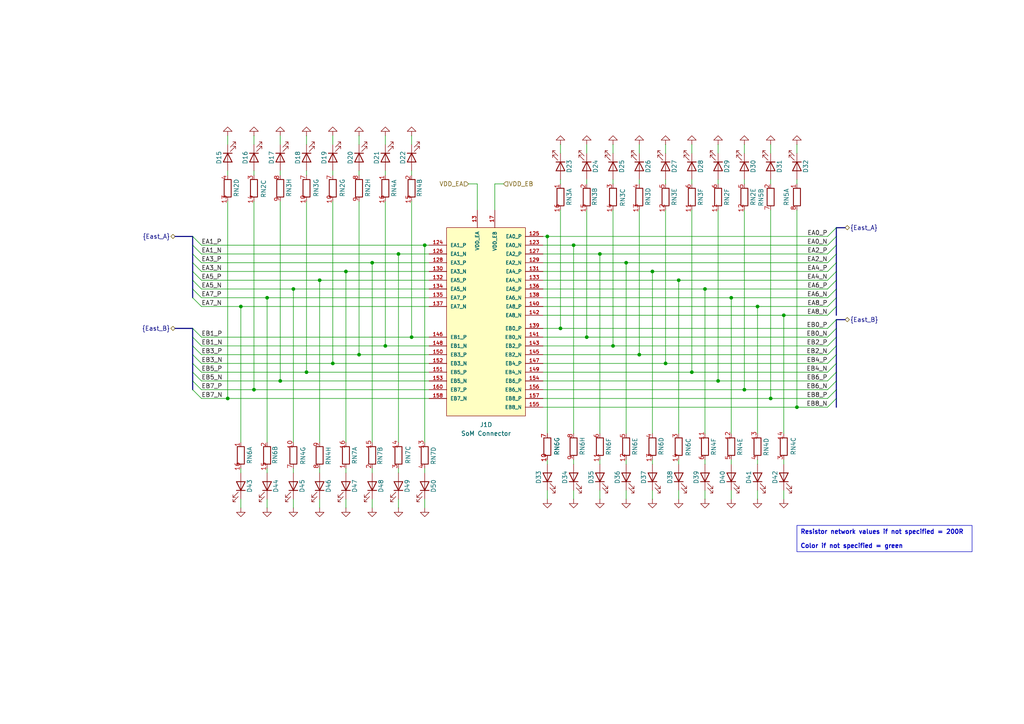
<source format=kicad_sch>
(kicad_sch (version 20231120) (generator "eeschema") (generator_version "8.0")
  (paper "A4")
  (title_block (title "SoM Programmer & Tester") (date "2024-12-20") (rev "0.1") (company "Technische Hochschule Köln") (comment 1 "Felix Sebastian Nitz"))
  (junction (at 189.23 78.74))
  (junction (at 104.14 102.87))
  (junction (at 177.8 100.33))
  (junction (at 166.37 71.12))
  (junction (at 107.95 76.2))
  (junction (at 193.04 105.41))
  (junction (at 227.33 91.44))
  (junction (at 81.28 110.49))
  (junction (at 196.85 81.28))
  (junction (at 223.52 115.57))
  (junction (at 212.09 86.36))
  (junction (at 73.66 113.03))
  (junction (at 215.9 113.03))
  (junction (at 115.57 73.66))
  (junction (at 219.71 88.9))
  (junction (at 96.52 105.41))
  (junction (at 111.76 100.33))
  (junction (at 123.19 71.12))
  (junction (at 69.85 88.9))
  (junction (at 231.14 118.11))
  (junction (at 119.38 97.79))
  (junction (at 185.42 102.87))
  (junction (at 66.04 115.57))
  (junction (at 173.99 73.66))
  (junction (at 208.28 110.49))
  (junction (at 77.47 86.36))
  (junction (at 181.61 76.2))
  (junction (at 88.9 107.95))
  (junction (at 85.09 83.82))
  (junction (at 100.33 78.74))
  (junction (at 158.75 68.58))
  (junction (at 204.47 83.82))
  (junction (at 162.56 95.25))
  (junction (at 92.71 81.28))
  (junction (at 170.18 97.79))
  (junction (at 200.66 107.95))
  (bus_entry (at 55.88 83.82) (size 2.54 2.54))
  (bus_entry (at 242.57 76.2) (size -2.54 2.54))
  (bus_entry (at 242.57 92.71) (size -2.54 2.54))
  (bus_entry (at 242.57 97.79) (size -2.54 2.54))
  (bus_entry (at 242.57 73.66) (size -2.54 2.54))
  (bus_entry (at 242.57 83.82) (size -2.54 2.54))
  (bus_entry (at 55.88 68.58) (size 2.54 2.54))
  (bus_entry (at 55.88 95.25) (size 2.54 2.54))
  (bus_entry (at 55.88 73.66) (size 2.54 2.54))
  (bus_entry (at 242.57 78.74) (size -2.54 2.54))
  (bus_entry (at 55.88 78.74) (size 2.54 2.54))
  (bus_entry (at 55.88 81.28) (size 2.54 2.54))
  (bus_entry (at 242.57 100.33) (size -2.54 2.54))
  (bus_entry (at 55.88 102.87) (size 2.54 2.54))
  (bus_entry (at 242.57 107.95) (size -2.54 2.54))
  (bus_entry (at 55.88 113.03) (size 2.54 2.54))
  (bus_entry (at 242.57 102.87) (size -2.54 2.54))
  (bus_entry (at 55.88 76.2) (size 2.54 2.54))
  (bus_entry (at 242.57 66.04) (size -2.54 2.54))
  (bus_entry (at 242.57 113.03) (size -2.54 2.54))
  (bus_entry (at 55.88 105.41) (size 2.54 2.54))
  (bus_entry (at 242.57 88.9) (size -2.54 2.54))
  (bus_entry (at 242.57 115.57) (size -2.54 2.54))
  (bus_entry (at 55.88 86.36) (size 2.54 2.54))
  (bus_entry (at 242.57 105.41) (size -2.54 2.54))
  (bus_entry (at 55.88 100.33) (size 2.54 2.54))
  (bus_entry (at 242.57 86.36) (size -2.54 2.54))
  (bus_entry (at 242.57 95.25) (size -2.54 2.54))
  (bus_entry (at 242.57 68.58) (size -2.54 2.54))
  (bus_entry (at 55.88 107.95) (size 2.54 2.54))
  (bus_entry (at 242.57 71.12) (size -2.54 2.54))
  (bus_entry (at 55.88 71.12) (size 2.54 2.54))
  (bus_entry (at 55.88 110.49) (size 2.54 2.54))
  (bus_entry (at 55.88 97.79) (size 2.54 2.54))
  (bus_entry (at 242.57 81.28) (size -2.54 2.54))
  (bus_entry (at 242.57 110.49) (size -2.54 2.54))
  (wire (pts (xy 88.9 107.95) (xy 124.46 107.95)))
  (wire (pts (xy 96.52 105.41) (xy 124.46 105.41)))
  (wire (pts (xy 115.57 73.66) (xy 115.57 128.27)))
  (wire (pts (xy 208.28 53.34) (xy 208.28 52.07)))
  (bus (pts (xy 242.57 115.57) (xy 242.57 118.11)))
  (wire (pts (xy 223.52 53.34) (xy 223.52 52.07)))
  (wire (pts (xy 166.37 71.12) (xy 240.03 71.12)))
  (wire (pts (xy 96.52 50.8) (xy 96.52 49.53)))
  (bus (pts (xy 242.57 92.71) (xy 242.57 95.25)))
  (wire (pts (xy 223.52 115.57) (xy 223.52 60.96)))
  (wire (pts (xy 177.8 53.34) (xy 177.8 52.07)))
  (bus (pts (xy 245.11 66.04) (xy 242.57 66.04)))
  (wire (pts (xy 170.18 97.79) (xy 240.03 97.79)))
  (wire (pts (xy 69.85 88.9) (xy 69.85 128.27)))
  (wire (pts (xy 212.09 86.36) (xy 240.03 86.36)))
  (wire (pts (xy 58.42 105.41) (xy 96.52 105.41)))
  (wire (pts (xy 111.76 100.33) (xy 111.76 58.42)))
  (wire (pts (xy 193.04 53.34) (xy 193.04 52.07)))
  (bus (pts (xy 242.57 107.95) (xy 242.57 110.49)))
  (bus (pts (xy 242.57 105.41) (xy 242.57 107.95)))
  (wire (pts (xy 185.42 44.45) (xy 185.42 41.91)))
  (wire (pts (xy 100.33 78.74) (xy 124.46 78.74)))
  (bus (pts (xy 245.11 92.71) (xy 242.57 92.71)))
  (wire (pts (xy 157.48 73.66) (xy 173.99 73.66)))
  (wire (pts (xy 212.09 142.24) (xy 212.09 144.78)))
  (wire (pts (xy 157.48 71.12) (xy 166.37 71.12)))
  (wire (pts (xy 143.51 53.34) (xy 146.05 53.34)))
  (wire (pts (xy 189.23 133.35) (xy 189.23 134.62)))
  (wire (pts (xy 157.48 91.44) (xy 227.33 91.44)))
  (wire (pts (xy 66.04 41.91) (xy 66.04 39.37)))
  (wire (pts (xy 73.66 50.8) (xy 73.66 49.53)))
  (wire (pts (xy 58.42 97.79) (xy 119.38 97.79)))
  (wire (pts (xy 100.33 144.78) (xy 100.33 147.32)))
  (wire (pts (xy 81.28 41.91) (xy 81.28 39.37)))
  (wire (pts (xy 208.28 110.49) (xy 240.03 110.49)))
  (bus (pts (xy 242.57 66.04) (xy 242.57 68.58)))
  (wire (pts (xy 177.8 44.45) (xy 177.8 41.91)))
  (wire (pts (xy 204.47 142.24) (xy 204.47 144.78)))
  (wire (pts (xy 185.42 102.87) (xy 185.42 60.96)))
  (wire (pts (xy 119.38 50.8) (xy 119.38 49.53)))
  (bus (pts (xy 55.88 105.41) (xy 55.88 107.95)))
  (wire (pts (xy 58.42 102.87) (xy 104.14 102.87)))
  (wire (pts (xy 215.9 113.03) (xy 240.03 113.03)))
  (wire (pts (xy 185.42 102.87) (xy 240.03 102.87)))
  (wire (pts (xy 69.85 144.78) (xy 69.85 147.32)))
  (wire (pts (xy 157.48 105.41) (xy 193.04 105.41)))
  (bus (pts (xy 55.88 68.58) (xy 55.88 71.12)))
  (wire (pts (xy 58.42 113.03) (xy 73.66 113.03)))
  (wire (pts (xy 215.9 113.03) (xy 215.9 60.96)))
  (wire (pts (xy 227.33 142.24) (xy 227.33 144.78)))
  (wire (pts (xy 111.76 100.33) (xy 124.46 100.33)))
  (wire (pts (xy 170.18 44.45) (xy 170.18 41.91)))
  (wire (pts (xy 157.48 107.95) (xy 200.66 107.95)))
  (bus (pts (xy 242.57 71.12) (xy 242.57 73.66)))
  (wire (pts (xy 166.37 133.35) (xy 166.37 134.62)))
  (wire (pts (xy 58.42 88.9) (xy 69.85 88.9)))
  (wire (pts (xy 189.23 142.24) (xy 189.23 144.78)))
  (wire (pts (xy 58.42 73.66) (xy 115.57 73.66)))
  (wire (pts (xy 157.48 113.03) (xy 215.9 113.03)))
  (bus (pts (xy 55.88 110.49) (xy 55.88 113.03)))
  (wire (pts (xy 107.95 144.78) (xy 107.95 147.32)))
  (wire (pts (xy 177.8 100.33) (xy 240.03 100.33)))
  (bus (pts (xy 242.57 81.28) (xy 242.57 83.82)))
  (wire (pts (xy 81.28 110.49) (xy 81.28 58.42)))
  (wire (pts (xy 227.33 133.35) (xy 227.33 134.62)))
  (wire (pts (xy 157.48 86.36) (xy 212.09 86.36)))
  (wire (pts (xy 73.66 113.03) (xy 124.46 113.03)))
  (bus (pts (xy 242.57 86.36) (xy 242.57 88.9)))
  (wire (pts (xy 81.28 110.49) (xy 124.46 110.49)))
  (wire (pts (xy 158.75 68.58) (xy 158.75 125.73)))
  (wire (pts (xy 231.14 118.11) (xy 231.14 60.96)))
  (bus (pts (xy 55.88 83.82) (xy 55.88 86.36)))
  (wire (pts (xy 77.47 86.36) (xy 77.47 128.27)))
  (wire (pts (xy 123.19 71.12) (xy 123.19 128.27)))
  (wire (pts (xy 158.75 142.24) (xy 158.75 144.78)))
  (wire (pts (xy 166.37 142.24) (xy 166.37 144.78)))
  (wire (pts (xy 58.42 78.74) (xy 100.33 78.74)))
  (bus (pts (xy 242.57 110.49) (xy 242.57 113.03)))
  (wire (pts (xy 157.48 102.87) (xy 185.42 102.87)))
  (wire (pts (xy 85.09 135.89) (xy 85.09 137.16)))
  (wire (pts (xy 219.71 133.35) (xy 219.71 134.62)))
  (wire (pts (xy 157.48 118.11) (xy 231.14 118.11)))
  (wire (pts (xy 227.33 91.44) (xy 240.03 91.44)))
  (wire (pts (xy 58.42 83.82) (xy 85.09 83.82)))
  (wire (pts (xy 170.18 97.79) (xy 170.18 60.96)))
  (wire (pts (xy 157.48 76.2) (xy 181.61 76.2)))
  (bus (pts (xy 242.57 76.2) (xy 242.57 78.74)))
  (wire (pts (xy 200.66 107.95) (xy 240.03 107.95)))
  (wire (pts (xy 162.56 95.25) (xy 240.03 95.25)))
  (wire (pts (xy 58.42 100.33) (xy 111.76 100.33)))
  (wire (pts (xy 204.47 83.82) (xy 204.47 125.73)))
  (bus (pts (xy 242.57 78.74) (xy 242.57 81.28)))
  (wire (pts (xy 157.48 68.58) (xy 158.75 68.58)))
  (wire (pts (xy 166.37 71.12) (xy 166.37 125.73)))
  (wire (pts (xy 181.61 133.35) (xy 181.61 134.62)))
  (wire (pts (xy 193.04 105.41) (xy 193.04 60.96)))
  (wire (pts (xy 173.99 73.66) (xy 240.03 73.66)))
  (wire (pts (xy 58.42 81.28) (xy 92.71 81.28)))
  (bus (pts (xy 242.57 102.87) (xy 242.57 105.41)))
  (wire (pts (xy 157.48 83.82) (xy 204.47 83.82)))
  (bus (pts (xy 242.57 73.66) (xy 242.57 76.2)))
  (bus (pts (xy 242.57 100.33) (xy 242.57 102.87)))
  (wire (pts (xy 227.33 91.44) (xy 227.33 125.73)))
  (wire (pts (xy 100.33 135.89) (xy 100.33 137.16)))
  (bus (pts (xy 55.88 100.33) (xy 55.88 102.87)))
  (wire (pts (xy 212.09 86.36) (xy 212.09 125.73)))
  (wire (pts (xy 193.04 105.41) (xy 240.03 105.41)))
  (bus (pts (xy 242.57 83.82) (xy 242.57 86.36)))
  (wire (pts (xy 107.95 76.2) (xy 107.95 128.27)))
  (wire (pts (xy 66.04 115.57) (xy 124.46 115.57)))
  (wire (pts (xy 58.42 86.36) (xy 77.47 86.36)))
  (bus (pts (xy 242.57 68.58) (xy 242.57 71.12)))
  (bus (pts (xy 55.88 102.87) (xy 55.88 105.41)))
  (wire (pts (xy 143.51 53.34) (xy 143.51 60.96)))
  (wire (pts (xy 162.56 95.25) (xy 162.56 60.96)))
  (bus (pts (xy 242.57 95.25) (xy 242.57 97.79)))
  (wire (pts (xy 189.23 78.74) (xy 240.03 78.74)))
  (wire (pts (xy 204.47 133.35) (xy 204.47 134.62)))
  (wire (pts (xy 100.33 78.74) (xy 100.33 128.27)))
  (wire (pts (xy 157.48 88.9) (xy 219.71 88.9)))
  (wire (pts (xy 158.75 133.35) (xy 158.75 134.62)))
  (wire (pts (xy 111.76 50.8) (xy 111.76 49.53)))
  (wire (pts (xy 157.48 115.57) (xy 223.52 115.57)))
  (wire (pts (xy 157.48 97.79) (xy 170.18 97.79)))
  (wire (pts (xy 208.28 44.45) (xy 208.28 41.91)))
  (wire (pts (xy 123.19 135.89) (xy 123.19 137.16)))
  (wire (pts (xy 189.23 78.74) (xy 189.23 125.73)))
  (wire (pts (xy 115.57 144.78) (xy 115.57 147.32)))
  (wire (pts (xy 58.42 110.49) (xy 81.28 110.49)))
  (bus (pts (xy 55.88 73.66) (xy 55.88 76.2)))
  (wire (pts (xy 223.52 44.45) (xy 223.52 41.91)))
  (wire (pts (xy 219.71 88.9) (xy 219.71 125.73)))
  (wire (pts (xy 173.99 73.66) (xy 173.99 125.73)))
  (wire (pts (xy 157.48 100.33) (xy 177.8 100.33)))
  (wire (pts (xy 119.38 41.91) (xy 119.38 39.37)))
  (wire (pts (xy 223.52 115.57) (xy 240.03 115.57)))
  (wire (pts (xy 158.75 68.58) (xy 240.03 68.58)))
  (wire (pts (xy 104.14 41.91) (xy 104.14 39.37)))
  (bus (pts (xy 55.88 81.28) (xy 55.88 83.82)))
  (wire (pts (xy 200.66 44.45) (xy 200.66 41.91)))
  (wire (pts (xy 85.09 83.82) (xy 85.09 128.27)))
  (wire (pts (xy 157.48 110.49) (xy 208.28 110.49)))
  (wire (pts (xy 92.71 81.28) (xy 92.71 128.27)))
  (wire (pts (xy 111.76 41.91) (xy 111.76 39.37)))
  (bus (pts (xy 55.88 107.95) (xy 55.88 110.49)))
  (wire (pts (xy 66.04 50.8) (xy 66.04 49.53)))
  (wire (pts (xy 81.28 50.8) (xy 81.28 49.53)))
  (wire (pts (xy 181.61 76.2) (xy 240.03 76.2)))
  (bus (pts (xy 50.8 68.58) (xy 55.88 68.58)))
  (wire (pts (xy 123.19 71.12) (xy 124.46 71.12)))
  (wire (pts (xy 107.95 135.89) (xy 107.95 137.16)))
  (wire (pts (xy 104.14 102.87) (xy 104.14 58.42)))
  (wire (pts (xy 138.43 53.34) (xy 138.43 60.96)))
  (bus (pts (xy 242.57 97.79) (xy 242.57 100.33)))
  (wire (pts (xy 157.48 95.25) (xy 162.56 95.25)))
  (wire (pts (xy 115.57 135.89) (xy 115.57 137.16)))
  (wire (pts (xy 215.9 53.34) (xy 215.9 52.07)))
  (wire (pts (xy 58.42 71.12) (xy 123.19 71.12)))
  (wire (pts (xy 119.38 97.79) (xy 124.46 97.79)))
  (wire (pts (xy 173.99 133.35) (xy 173.99 134.62)))
  (wire (pts (xy 88.9 41.91) (xy 88.9 39.37)))
  (wire (pts (xy 73.66 41.91) (xy 73.66 39.37)))
  (wire (pts (xy 77.47 86.36) (xy 124.46 86.36)))
  (wire (pts (xy 115.57 73.66) (xy 124.46 73.66)))
  (wire (pts (xy 181.61 142.24) (xy 181.61 144.78)))
  (bus (pts (xy 55.88 76.2) (xy 55.88 78.74)))
  (wire (pts (xy 173.99 142.24) (xy 173.99 144.78)))
  (wire (pts (xy 69.85 88.9) (xy 124.46 88.9)))
  (wire (pts (xy 231.14 53.34) (xy 231.14 52.07)))
  (wire (pts (xy 200.66 107.95) (xy 200.66 60.96)))
  (wire (pts (xy 92.71 135.89) (xy 92.71 137.16)))
  (wire (pts (xy 196.85 81.28) (xy 240.03 81.28)))
  (wire (pts (xy 88.9 50.8) (xy 88.9 49.53)))
  (wire (pts (xy 85.09 144.78) (xy 85.09 147.32)))
  (bus (pts (xy 242.57 88.9) (xy 242.57 91.44)))
  (wire (pts (xy 157.48 78.74) (xy 189.23 78.74)))
  (wire (pts (xy 92.71 81.28) (xy 124.46 81.28)))
  (bus (pts (xy 55.88 71.12) (xy 55.88 73.66)))
  (wire (pts (xy 77.47 135.89) (xy 77.47 137.16)))
  (wire (pts (xy 77.47 144.78) (xy 77.47 147.32)))
  (wire (pts (xy 119.38 97.79) (xy 119.38 58.42)))
  (wire (pts (xy 162.56 44.45) (xy 162.56 41.91)))
  (bus (pts (xy 55.88 78.74) (xy 55.88 81.28)))
  (wire (pts (xy 58.42 76.2) (xy 107.95 76.2)))
  (wire (pts (xy 219.71 88.9) (xy 240.03 88.9)))
  (wire (pts (xy 181.61 76.2) (xy 181.61 125.73)))
  (wire (pts (xy 58.42 115.57) (xy 66.04 115.57)))
  (wire (pts (xy 88.9 107.95) (xy 88.9 58.42)))
  (wire (pts (xy 104.14 102.87) (xy 124.46 102.87)))
  (wire (pts (xy 177.8 100.33) (xy 177.8 60.96)))
  (wire (pts (xy 193.04 44.45) (xy 193.04 41.91)))
  (bus (pts (xy 50.8 95.25) (xy 55.88 95.25)))
  (wire (pts (xy 231.14 118.11) (xy 240.03 118.11)))
  (bus (pts (xy 55.88 95.25) (xy 55.88 97.79)))
  (wire (pts (xy 92.71 144.78) (xy 92.71 147.32)))
  (wire (pts (xy 196.85 142.24) (xy 196.85 144.78)))
  (wire (pts (xy 135.89 53.34) (xy 138.43 53.34)))
  (wire (pts (xy 200.66 53.34) (xy 200.66 52.07)))
  (wire (pts (xy 58.42 107.95) (xy 88.9 107.95)))
  (wire (pts (xy 96.52 105.41) (xy 96.52 58.42)))
  (wire (pts (xy 170.18 53.34) (xy 170.18 52.07)))
  (bus (pts (xy 55.88 97.79) (xy 55.88 100.33)))
  (wire (pts (xy 185.42 53.34) (xy 185.42 52.07)))
  (wire (pts (xy 66.04 115.57) (xy 66.04 58.42)))
  (wire (pts (xy 73.66 113.03) (xy 73.66 58.42)))
  (wire (pts (xy 196.85 133.35) (xy 196.85 134.62)))
  (wire (pts (xy 85.09 83.82) (xy 124.46 83.82)))
  (wire (pts (xy 104.14 50.8) (xy 104.14 49.53)))
  (wire (pts (xy 219.71 142.24) (xy 219.71 144.78)))
  (wire (pts (xy 215.9 44.45) (xy 215.9 41.91)))
  (wire (pts (xy 107.95 76.2) (xy 124.46 76.2)))
  (wire (pts (xy 208.28 110.49) (xy 208.28 60.96)))
  (wire (pts (xy 157.48 81.28) (xy 196.85 81.28)))
  (wire (pts (xy 69.85 135.89) (xy 69.85 137.16)))
  (bus (pts (xy 242.57 113.03) (xy 242.57 115.57)))
  (wire (pts (xy 212.09 133.35) (xy 212.09 134.62)))
  (wire (pts (xy 204.47 83.82) (xy 240.03 83.82)))
  (wire (pts (xy 196.85 81.28) (xy 196.85 125.73)))
  (wire (pts (xy 96.52 41.91) (xy 96.52 39.37)))
  (wire (pts (xy 162.56 53.34) (xy 162.56 52.07)))
  (wire (pts (xy 231.14 44.45) (xy 231.14 41.91)))
  (wire (pts (xy 123.19 144.78) (xy 123.19 147.32)))
  (text_box "Resistor network values if not specified = 200R\n\nColor if not specified = green" (at 231.14 152.4 0) (size 50.8 7.62) (effects (font (size 1.27 1.27) (thickness 0.254) (bold yes)) (justify left)))
  (label "EB3_P" (at 58.42 102.87 0))
  (label "EB0_N" (at 240.03 97.79 180))
  (label "EB5_P" (at 58.42 107.95 0))
  (label "EA0_P" (at 240.03 68.58 180))
  (label "EA2_P" (at 240.03 73.66 180))
  (label "EA3_N" (at 58.42 78.74 0))
  (label "EB6_N" (at 240.03 113.03 180))
  (label "EB5_N" (at 58.42 110.49 0))
  (label "EA7_N" (at 58.42 88.9 0))
  (label "EB7_P" (at 58.42 113.03 0))
  (label "EB1_P" (at 58.42 97.79 0))
  (label "EB3_N" (at 58.42 105.41 0))
  (label "EA3_P" (at 58.42 76.2 0))
  (label "EA8_N" (at 240.03 91.44 180))
  (label "EA4_N" (at 240.03 81.28 180))
  (label "EB2_N" (at 240.03 102.87 180))
  (label "EA2_N" (at 240.03 76.2 180))
  (label "EA6_P" (at 240.03 83.82 180))
  (label "EB0_P" (at 240.03 95.25 180))
  (label "EA5_N" (at 58.42 83.82 0))
  (label "EA6_N" (at 240.03 86.36 180))
  (label "EB7_N" (at 58.42 115.57 0))
  (label "EA0_N" (at 240.03 71.12 180))
  (label "EA1_N" (at 58.42 73.66 0))
  (label "EA7_P" (at 58.42 86.36 0))
  (label "EB2_P" (at 240.03 100.33 180))
  (label "EB8_P" (at 240.03 115.57 180))
  (label "EB6_P" (at 240.03 110.49 180))
  (label "EA5_P" (at 58.42 81.28 0))
  (label "EA1_P" (at 58.42 71.12 0))
  (label "EA4_P" (at 240.03 78.74 180))
  (label "EA8_P" (at 240.03 88.9 180))
  (label "EB8_N" (at 240.03 118.11 180))
  (label "EB4_N" (at 240.03 107.95 180))
  (label "EB4_P" (at 240.03 105.41 180))
  (label "EB1_N" (at 58.42 100.33 0))
  (hierarchical_label "VDD_EA" (shape input) (at 135.89 53.34 180))
  (hierarchical_label "{East_A}" (shape bidirectional) (at 245.11 66.04 0))
  (hierarchical_label "VDD_EB" (shape input) (at 146.05 53.34 0))
  (hierarchical_label "{East_B}" (shape bidirectional) (at 245.11 92.71 0))
  (hierarchical_label "{East_A}" (shape bidirectional) (at 50.8 68.58 180))
  (hierarchical_label "{East_B}" (shape bidirectional) (at 50.8 95.25 180))
  (symbol (lib_id "Device:LED") (at 119.38 45.72 90) (mirror x) (unit 1)
    (property "Reference" "D22" (at 116.84 45.72 0))
    (property "Value" "Green" (effects (hide yes)))
    (property "Footprint" "LED_SMD:LED_0603_1608Metric" (effects (hide yes)))
    (property "Description" "Light emitting diode" (effects (hide yes)))
    (property "Mouser Part Number" "710-150060VS75000" (effects (hide yes)))
  )
  (symbol (lib_id "Device:R_Pack08_Split") (at 170.18 57.15 180) (unit 2)
    (property "Reference" "RN3" (at 172.466 59.69 90) (effects (justify right)))
    (property "Value" "200R" (effects (hide yes)))
    (property "Footprint" "Resistor_SMD:R_Array_Convex_8x0602" (effects (hide yes)))
    (property "Description" "8 resistor network, parallel topology, split" (effects (hide yes)))
    (property "Mouser Part Number" "667-EXB-2HV201JV" (effects (hide yes)))
  )
  (symbol (lib_id "power:GND") (at 107.95 147.32 0) (mirror y) (unit 1)
    (property "Reference" "#PWR057" (effects (hide yes)))
    (property "Value" "GND" (effects (hide yes)))
    (property "Description" "Power symbol creates a global label with name \"GND\" , ground" (effects (hide yes)))
  )
  (symbol (lib_id "power:GND") (at 208.28 41.91 180) (unit 1)
    (property "Reference" "#PWR038" (effects (hide yes)))
    (property "Value" "GND" (effects (hide yes)))
    (property "Description" "Power symbol creates a global label with name \"GND\" , ground" (effects (hide yes)))
  )
  (symbol (lib_id "Device:LED") (at 81.28 45.72 90) (mirror x) (unit 1)
    (property "Reference" "D17" (at 78.74 45.72 0))
    (property "Value" "Green" (effects (hide yes)))
    (property "Footprint" "LED_SMD:LED_0603_1608Metric" (effects (hide yes)))
    (property "Description" "Light emitting diode" (effects (hide yes)))
    (property "Mouser Part Number" "710-150060VS75000" (effects (hide yes)))
  )
  (symbol (lib_id "Device:LED") (at 77.47 140.97 270) (mirror x) (unit 1)
    (property "Reference" "D44" (at 80.01 140.97 0))
    (property "Value" "Green" (effects (hide yes)))
    (property "Footprint" "LED_SMD:LED_0603_1608Metric" (effects (hide yes)))
    (property "Description" "Light emitting diode" (effects (hide yes)))
    (property "Mouser Part Number" "710-150060VS75000" (effects (hide yes)))
  )
  (symbol (lib_id "Device:LED") (at 200.66 48.26 270) (unit 1)
    (property "Reference" "D28" (at 203.2 48.26 0))
    (property "Value" "Green" (effects (hide yes)))
    (property "Footprint" "LED_SMD:LED_0603_1608Metric" (effects (hide yes)))
    (property "Description" "Light emitting diode" (effects (hide yes)))
    (property "Mouser Part Number" "710-150060VS75000" (effects (hide yes)))
  )
  (symbol (lib_id "Device:LED") (at 189.23 138.43 90) (unit 1)
    (property "Reference" "D37" (at 186.69 138.43 0))
    (property "Value" "Green" (effects (hide yes)))
    (property "Footprint" "LED_SMD:LED_0603_1608Metric" (effects (hide yes)))
    (property "Description" "Light emitting diode" (effects (hide yes)))
    (property "Mouser Part Number" "710-150060VS75000" (effects (hide yes)))
  )
  (symbol (lib_id "Device:R_Pack08_Split") (at 193.04 57.15 180) (unit 5)
    (property "Reference" "RN3" (at 195.58 59.69 90) (effects (justify right)))
    (property "Value" "200R" (effects (hide yes)))
    (property "Footprint" "Resistor_SMD:R_Array_Convex_8x0602" (effects (hide yes)))
    (property "Description" "8 resistor network, parallel topology, split" (effects (hide yes)))
    (property "Mouser Part Number" "667-EXB-2HV201JV" (effects (hide yes)))
  )
  (symbol (lib_id "Device:LED") (at 219.71 138.43 90) (unit 1)
    (property "Reference" "D41" (at 217.17 138.43 0))
    (property "Value" "Green" (effects (hide yes)))
    (property "Footprint" "LED_SMD:LED_0603_1608Metric" (effects (hide yes)))
    (property "Description" "Light emitting diode" (effects (hide yes)))
    (property "Mouser Part Number" "710-150060VS75000" (effects (hide yes)))
  )
  (symbol (lib_id "power:GND") (at 227.33 144.78 0) (unit 1)
    (property "Reference" "#PWR051" (effects (hide yes)))
    (property "Value" "GND" (effects (hide yes)))
    (property "Description" "Power symbol creates a global label with name \"GND\" , ground" (effects (hide yes)))
  )
  (symbol (lib_id "Device:LED") (at 185.42 48.26 270) (unit 1)
    (property "Reference" "D26" (at 187.96 48.26 0))
    (property "Value" "Green" (effects (hide yes)))
    (property "Footprint" "LED_SMD:LED_0603_1608Metric" (effects (hide yes)))
    (property "Description" "Light emitting diode" (effects (hide yes)))
    (property "Mouser Part Number" "710-150060VS75000" (effects (hide yes)))
  )
  (symbol (lib_id "Device:R_Pack08_Split") (at 215.9 57.15 180) (unit 5)
    (property "Reference" "RN2" (at 218.44 59.69 90) (effects (justify right)))
    (property "Value" "200R" (effects (hide yes)))
    (property "Footprint" "Resistor_SMD:R_Array_Convex_8x0602" (effects (hide yes)))
    (property "Description" "8 resistor network, parallel topology, split" (effects (hide yes)))
    (property "Mouser Part Number" "667-EXB-2HV201JV" (effects (hide yes)))
  )
  (symbol (lib_id "Device:R_Pack08_Split") (at 200.66 57.15 180) (unit 6)
    (property "Reference" "RN3" (at 203.2 59.69 90) (effects (justify right)))
    (property "Value" "200R" (effects (hide yes)))
    (property "Footprint" "Resistor_SMD:R_Array_Convex_8x0602" (effects (hide yes)))
    (property "Description" "8 resistor network, parallel topology, split" (effects (hide yes)))
    (property "Mouser Part Number" "667-EXB-2HV201JV" (effects (hide yes)))
  )
  (symbol (lib_id "Device:R_Pack08_Split") (at 162.56 57.15 180) (unit 1)
    (property "Reference" "RN3" (at 165.1 59.69 90) (effects (justify right)))
    (property "Value" "200R" (effects (hide yes)))
    (property "Footprint" "Resistor_SMD:R_Array_Convex_8x0602" (effects (hide yes)))
    (property "Description" "8 resistor network, parallel topology, split" (effects (hide yes)))
    (property "Mouser Part Number" "667-EXB-2HV201JV" (effects (hide yes)))
  )
  (symbol (lib_id "power:GND") (at 196.85 144.78 0) (unit 1)
    (property "Reference" "#PWR047" (effects (hide yes)))
    (property "Value" "GND" (effects (hide yes)))
    (property "Description" "Power symbol creates a global label with name \"GND\" , ground" (effects (hide yes)))
  )
  (symbol (lib_id "Device:LED") (at 196.85 138.43 90) (unit 1)
    (property "Reference" "D38" (at 194.31 138.43 0))
    (property "Value" "Green" (effects (hide yes)))
    (property "Footprint" "LED_SMD:LED_0603_1608Metric" (effects (hide yes)))
    (property "Description" "Light emitting diode" (effects (hide yes)))
    (property "Mouser Part Number" "710-150060VS75000" (effects (hide yes)))
  )
  (symbol (lib_id "Device:LED") (at 69.85 140.97 270) (mirror x) (unit 1)
    (property "Reference" "D43" (at 72.39 140.97 0))
    (property "Value" "Green" (effects (hide yes)))
    (property "Footprint" "LED_SMD:LED_0603_1608Metric" (effects (hide yes)))
    (property "Description" "Light emitting diode" (effects (hide yes)))
    (property "Mouser Part Number" "710-150060VS75000" (effects (hide yes)))
  )
  (symbol (lib_id "Device:R_Pack08_Split") (at 119.38 54.61 180) (unit 2)
    (property "Reference" "RN4" (at 121.666 57.15 90) (effects (justify right)))
    (property "Value" "200R" (effects (hide yes)))
    (property "Footprint" "Resistor_SMD:R_Array_Convex_8x0602" (effects (hide yes)))
    (property "Description" "8 resistor network, parallel topology, split" (effects (hide yes)))
    (property "Mouser Part Number" "667-EXB-2HV201JV" (effects (hide yes)))
  )
  (symbol (lib_id "power:GND") (at 231.14 41.91 180) (unit 1)
    (property "Reference" "#PWR041" (effects (hide yes)))
    (property "Value" "GND" (effects (hide yes)))
    (property "Description" "Power symbol creates a global label with name \"GND\" , ground" (effects (hide yes)))
  )
  (symbol (lib_id "power:GND") (at 119.38 39.37 0) (mirror x) (unit 1)
    (property "Reference" "#PWR031" (effects (hide yes)))
    (property "Value" "GND" (effects (hide yes)))
    (property "Description" "Power symbol creates a global label with name \"GND\" , ground" (effects (hide yes)))
  )
  (symbol (lib_id "Device:LED") (at 85.09 140.97 270) (mirror x) (unit 1)
    (property "Reference" "D45" (at 87.63 140.97 0))
    (property "Value" "Green" (effects (hide yes)))
    (property "Footprint" "LED_SMD:LED_0603_1608Metric" (effects (hide yes)))
    (property "Description" "Light emitting diode" (effects (hide yes)))
    (property "Mouser Part Number" "710-150060VS75000" (effects (hide yes)))
  )
  (symbol (lib_id "power:GND") (at 181.61 144.78 0) (unit 1)
    (property "Reference" "#PWR045" (effects (hide yes)))
    (property "Value" "GND" (effects (hide yes)))
    (property "Description" "Power symbol creates a global label with name \"GND\" , ground" (effects (hide yes)))
  )
  (symbol (lib_id "Device:R_Pack08_Split") (at 115.57 132.08 0) (mirror y) (unit 3)
    (property "Reference" "RN7" (at 118.364 129.286 90) (effects (justify right)))
    (property "Value" "200R" (effects (hide yes)))
    (property "Footprint" "Resistor_SMD:R_Array_Convex_8x0602" (effects (hide yes)))
    (property "Description" "8 resistor network, parallel topology, split" (effects (hide yes)))
    (property "Mouser Part Number" "667-EXB-2HV201JV" (effects (hide yes)))
  )
  (symbol (lib_id "power:GND") (at 111.76 39.37 0) (mirror x) (unit 1)
    (property "Reference" "#PWR030" (effects (hide yes)))
    (property "Value" "GND" (effects (hide yes)))
    (property "Description" "Power symbol creates a global label with name \"GND\" , ground" (effects (hide yes)))
  )
  (symbol (lib_id "Device:LED") (at 181.61 138.43 90) (unit 1)
    (property "Reference" "D36" (at 179.07 138.43 0))
    (property "Value" "Green" (effects (hide yes)))
    (property "Footprint" "LED_SMD:LED_0603_1608Metric" (effects (hide yes)))
    (property "Description" "Light emitting diode" (effects (hide yes)))
    (property "Mouser Part Number" "710-150060VS75000" (effects (hide yes)))
  )
  (symbol (lib_id "Device:LED") (at 170.18 48.26 270) (unit 1)
    (property "Reference" "D24" (at 172.72 48.26 0))
    (property "Value" "Green" (effects (hide yes)))
    (property "Footprint" "LED_SMD:LED_0603_1608Metric" (effects (hide yes)))
    (property "Description" "Light emitting diode" (effects (hide yes)))
    (property "Mouser Part Number" "710-150060VS75000" (effects (hide yes)))
  )
  (symbol (lib_id "power:GND") (at 92.71 147.32 0) (mirror y) (unit 1)
    (property "Reference" "#PWR055" (effects (hide yes)))
    (property "Value" "GND" (effects (hide yes)))
    (property "Description" "Power symbol creates a global label with name \"GND\" , ground" (effects (hide yes)))
  )
  (symbol (lib_id "Device:R_Pack08_Split") (at 177.8 57.15 180) (unit 3)
    (property "Reference" "RN3" (at 180.594 59.944 90) (effects (justify right)))
    (property "Value" "200R" (effects (hide yes)))
    (property "Footprint" "Resistor_SMD:R_Array_Convex_8x0602" (effects (hide yes)))
    (property "Description" "8 resistor network, parallel topology, split" (effects (hide yes)))
    (property "Mouser Part Number" "667-EXB-2HV201JV" (effects (hide yes)))
  )
  (symbol (lib_id "Device:R_Pack04_Split") (at 231.14 57.15 180) (unit 1)
    (property "Reference" "RN5" (at 228.092 54.61 90) (effects (justify left)))
    (property "Value" "200R" (effects (hide yes)))
    (property "Footprint" "Resistor_SMD:R_Array_Convex_4x0603" (effects (hide yes)))
    (property "Description" "4 resistor network, parallel topology, split" (effects (hide yes)))
    (property "Mouser Part Number" "667-EXB-38V201JV" (effects (hide yes)))
  )
  (symbol (lib_id "Device:R_Pack08_Split") (at 185.42 57.15 180) (unit 4)
    (property "Reference" "RN3" (at 187.96 59.69 90) (effects (justify right)))
    (property "Value" "200R" (effects (hide yes)))
    (property "Footprint" "Resistor_SMD:R_Array_Convex_8x0602" (effects (hide yes)))
    (property "Description" "8 resistor network, parallel topology, split" (effects (hide yes)))
    (property "Mouser Part Number" "667-EXB-2HV201JV" (effects (hide yes)))
  )
  (symbol (lib_id "power:GND") (at 162.56 41.91 180) (unit 1)
    (property "Reference" "#PWR032" (effects (hide yes)))
    (property "Value" "GND" (effects (hide yes)))
    (property "Description" "Power symbol creates a global label with name \"GND\" , ground" (effects (hide yes)))
  )
  (symbol (lib_id "Device:R_Pack08_Split") (at 85.09 132.08 0) (mirror y) (unit 7)
    (property "Reference" "RN4" (at 87.884 129.54 90) (effects (justify right)))
    (property "Value" "200R" (effects (hide yes)))
    (property "Footprint" "Resistor_SMD:R_Array_Convex_8x0602" (effects (hide yes)))
    (property "Description" "8 resistor network, parallel topology, split" (effects (hide yes)))
    (property "Mouser Part Number" "667-EXB-2HV201JV" (effects (hide yes)))
  )
  (symbol (lib_id "Device:R_Pack08_Split") (at 189.23 129.54 180) (unit 4)
    (property "Reference" "RN6" (at 191.77 132.08 90) (effects (justify right)))
    (property "Value" "200R" (effects (hide yes)))
    (property "Footprint" "Resistor_SMD:R_Array_Convex_8x0602" (effects (hide yes)))
    (property "Description" "8 resistor network, parallel topology, split" (effects (hide yes)))
    (property "Mouser Part Number" "667-EXB-2HV201JV" (effects (hide yes)))
  )
  (symbol (lib_id "Device:R_Pack08_Split") (at 123.19 132.08 0) (mirror y) (unit 4)
    (property "Reference" "RN7" (at 125.73 129.54 90) (effects (justify right)))
    (property "Value" "200R" (effects (hide yes)))
    (property "Footprint" "Resistor_SMD:R_Array_Convex_8x0602" (effects (hide yes)))
    (property "Description" "8 resistor network, parallel topology, split" (effects (hide yes)))
    (property "Mouser Part Number" "667-EXB-2HV201JV" (effects (hide yes)))
  )
  (symbol (lib_id "Device:LED") (at 166.37 138.43 90) (unit 1)
    (property "Reference" "D34" (at 163.83 138.43 0))
    (property "Value" "Green" (effects (hide yes)))
    (property "Footprint" "LED_SMD:LED_0603_1608Metric" (effects (hide yes)))
    (property "Description" "Light emitting diode" (effects (hide yes)))
    (property "Mouser Part Number" "710-150060VS75000" (effects (hide yes)))
  )
  (symbol (lib_id "Device:R_Pack08_Split") (at 111.76 54.61 180) (unit 1)
    (property "Reference" "RN4" (at 114.3 57.15 90) (effects (justify right)))
    (property "Value" "200R" (effects (hide yes)))
    (property "Footprint" "Resistor_SMD:R_Array_Convex_8x0602" (effects (hide yes)))
    (property "Description" "8 resistor network, parallel topology, split" (effects (hide yes)))
    (property "Mouser Part Number" "667-EXB-2HV201JV" (effects (hide yes)))
  )
  (symbol (lib_id "Device:R_Pack08_Split") (at 81.28 54.61 180) (unit 8)
    (property "Reference" "RN3" (at 83.82 57.15 90) (effects (justify right)))
    (property "Value" "200R" (effects (hide yes)))
    (property "Footprint" "Resistor_SMD:R_Array_Convex_8x0602" (effects (hide yes)))
    (property "Description" "8 resistor network, parallel topology, split" (effects (hide yes)))
    (property "Mouser Part Number" "667-EXB-2HV201JV" (effects (hide yes)))
  )
  (symbol (lib_id "Device:LED") (at 208.28 48.26 270) (unit 1)
    (property "Reference" "D29" (at 210.82 48.26 0))
    (property "Value" "Green" (effects (hide yes)))
    (property "Footprint" "LED_SMD:LED_0603_1608Metric" (effects (hide yes)))
    (property "Description" "Light emitting diode" (effects (hide yes)))
    (property "Mouser Part Number" "710-150060VS75000" (effects (hide yes)))
  )
  (symbol (lib_id "Device:LED") (at 96.52 45.72 90) (mirror x) (unit 1)
    (property "Reference" "D19" (at 93.98 45.72 0))
    (property "Value" "Green" (effects (hide yes)))
    (property "Footprint" "LED_SMD:LED_0603_1608Metric" (effects (hide yes)))
    (property "Description" "Light emitting diode" (effects (hide yes)))
    (property "Mouser Part Number" "710-150060VS75000" (effects (hide yes)))
  )
  (symbol (lib_id "Device:R_Pack08_Split") (at 100.33 132.08 0) (mirror y) (unit 1)
    (property "Reference" "RN7" (at 102.87 129.54 90) (effects (justify right)))
    (property "Value" "200R" (effects (hide yes)))
    (property "Footprint" "Resistor_SMD:R_Array_Convex_8x0602" (effects (hide yes)))
    (property "Description" "8 resistor network, parallel topology, split" (effects (hide yes)))
    (property "Mouser Part Number" "667-EXB-2HV201JV" (effects (hide yes)))
  )
  (symbol (lib_id "Device:R_Pack08_Split") (at 158.75 129.54 180) (unit 7)
    (property "Reference" "RN6" (at 161.544 132.08 90) (effects (justify right)))
    (property "Value" "200R" (effects (hide yes)))
    (property "Footprint" "Resistor_SMD:R_Array_Convex_8x0602" (effects (hide yes)))
    (property "Description" "8 resistor network, parallel topology, split" (effects (hide yes)))
    (property "Mouser Part Number" "667-EXB-2HV201JV" (effects (hide yes)))
  )
  (symbol (lib_id "Device:R_Pack08_Split") (at 204.47 129.54 0) (mirror y) (unit 6)
    (property "Reference" "RN4" (at 207.01 127 90) (effects (justify right)))
    (property "Value" "200R" (effects (hide yes)))
    (property "Footprint" "Resistor_SMD:R_Array_Convex_8x0602" (effects (hide yes)))
    (property "Description" "8 resistor network, parallel topology, split" (effects (hide yes)))
    (property "Mouser Part Number" "667-EXB-2HV201JV" (effects (hide yes)))
  )
  (symbol (lib_id "Device:R_Pack08_Split") (at 227.33 129.54 0) (mirror y) (unit 3)
    (property "Reference" "RN4" (at 230.124 126.746 90) (effects (justify right)))
    (property "Value" "200R" (effects (hide yes)))
    (property "Footprint" "Resistor_SMD:R_Array_Convex_8x0602" (effects (hide yes)))
    (property "Description" "8 resistor network, parallel topology, split" (effects (hide yes)))
    (property "Mouser Part Number" "667-EXB-2HV201JV" (effects (hide yes)))
  )
  (symbol (lib_id "power:GND") (at 88.9 39.37 0) (mirror x) (unit 1)
    (property "Reference" "#PWR027" (effects (hide yes)))
    (property "Value" "GND" (effects (hide yes)))
    (property "Description" "Power symbol creates a global label with name \"GND\" , ground" (effects (hide yes)))
  )
  (symbol (lib_id "power:GND") (at 66.04 39.37 0) (mirror x) (unit 1)
    (property "Reference" "#PWR024" (effects (hide yes)))
    (property "Value" "GND" (effects (hide yes)))
    (property "Description" "Power symbol creates a global label with name \"GND\" , ground" (effects (hide yes)))
  )
  (symbol (lib_id "Device:R_Pack08_Split") (at 219.71 129.54 0) (mirror y) (unit 4)
    (property "Reference" "RN4" (at 222.25 127 90) (effects (justify right)))
    (property "Value" "200R" (effects (hide yes)))
    (property "Footprint" "Resistor_SMD:R_Array_Convex_8x0602" (effects (hide yes)))
    (property "Description" "8 resistor network, parallel topology, split" (effects (hide yes)))
    (property "Mouser Part Number" "667-EXB-2HV201JV" (effects (hide yes)))
  )
  (symbol (lib_id "Device:R_Pack08_Split") (at 208.28 57.15 180) (unit 6)
    (property "Reference" "RN2" (at 210.82 59.69 90) (effects (justify right)))
    (property "Value" "200R" (effects (hide yes)))
    (property "Footprint" "Resistor_SMD:R_Array_Convex_8x0602" (effects (hide yes)))
    (property "Description" "8 resistor network, parallel topology, split" (effects (hide yes)))
    (property "Mouser Part Number" "667-EXB-2HV201JV" (effects (hide yes)))
  )
  (symbol (lib_id "Device:R_Pack04_Split") (at 223.52 57.15 180) (unit 2)
    (property "Reference" "RN5" (at 220.726 54.61 90) (effects (justify left)))
    (property "Value" "200R" (effects (hide yes)))
    (property "Footprint" "Resistor_SMD:R_Array_Convex_4x0603" (effects (hide yes)))
    (property "Description" "4 resistor network, parallel topology, split" (effects (hide yes)))
    (property "Mouser Part Number" "667-EXB-38V201JV" (effects (hide yes)))
  )
  (symbol (lib_id "power:GND") (at 104.14 39.37 0) (mirror x) (unit 1)
    (property "Reference" "#PWR029" (effects (hide yes)))
    (property "Value" "GND" (effects (hide yes)))
    (property "Description" "Power symbol creates a global label with name \"GND\" , ground" (effects (hide yes)))
  )
  (symbol (lib_id "power:GND") (at 73.66 39.37 0) (mirror x) (unit 1)
    (property "Reference" "#PWR025" (effects (hide yes)))
    (property "Value" "GND" (effects (hide yes)))
    (property "Description" "Power symbol creates a global label with name \"GND\" , ground" (effects (hide yes)))
  )
  (symbol (lib_id "Device:R_Pack08_Split") (at 181.61 129.54 180) (unit 5)
    (property "Reference" "RN6" (at 184.15 132.08 90) (effects (justify right)))
    (property "Value" "200R" (effects (hide yes)))
    (property "Footprint" "Resistor_SMD:R_Array_Convex_8x0602" (effects (hide yes)))
    (property "Description" "8 resistor network, parallel topology, split" (effects (hide yes)))
    (property "Mouser Part Number" "667-EXB-2HV201JV" (effects (hide yes)))
  )
  (symbol (lib_id "Device:R_Pack08_Split") (at 196.85 129.54 180) (unit 3)
    (property "Reference" "RN6" (at 199.644 132.334 90) (effects (justify right)))
    (property "Value" "200R" (effects (hide yes)))
    (property "Footprint" "Resistor_SMD:R_Array_Convex_8x0602" (effects (hide yes)))
    (property "Description" "8 resistor network, parallel topology, split" (effects (hide yes)))
    (property "Mouser Part Number" "667-EXB-2HV201JV" (effects (hide yes)))
  )
  (symbol (lib_id "power:GND") (at 200.66 41.91 180) (unit 1)
    (property "Reference" "#PWR037" (effects (hide yes)))
    (property "Value" "GND" (effects (hide yes)))
    (property "Description" "Power symbol creates a global label with name \"GND\" , ground" (effects (hide yes)))
  )
  (symbol (lib_id "Device:R_Pack08_Split") (at 66.04 54.61 180) (unit 4)
    (property "Reference" "RN2" (at 68.58 57.15 90) (effects (justify right)))
    (property "Value" "200R" (effects (hide yes)))
    (property "Footprint" "Resistor_SMD:R_Array_Convex_8x0602" (effects (hide yes)))
    (property "Description" "8 resistor network, parallel topology, split" (effects (hide yes)))
    (property "Mouser Part Number" "667-EXB-2HV201JV" (effects (hide yes)))
  )
  (symbol (lib_id "Device:LED") (at 193.04 48.26 270) (unit 1)
    (property "Reference" "D27" (at 195.58 48.26 0))
    (property "Value" "Green" (effects (hide yes)))
    (property "Footprint" "LED_SMD:LED_0603_1608Metric" (effects (hide yes)))
    (property "Description" "Light emitting diode" (effects (hide yes)))
    (property "Mouser Part Number" "710-150060VS75000" (effects (hide yes)))
  )
  (symbol (lib_id "power:GND") (at 158.75 144.78 0) (unit 1)
    (property "Reference" "#PWR042" (effects (hide yes)))
    (property "Value" "GND" (effects (hide yes)))
    (property "Description" "Power symbol creates a global label with name \"GND\" , ground" (effects (hide yes)))
  )
  (symbol (lib_id "power:GND") (at 115.57 147.32 0) (mirror y) (unit 1)
    (property "Reference" "#PWR058" (effects (hide yes)))
    (property "Value" "GND" (effects (hide yes)))
    (property "Description" "Power symbol creates a global label with name \"GND\" , ground" (effects (hide yes)))
  )
  (symbol (lib_id "Device:LED") (at 162.56 48.26 270) (unit 1)
    (property "Reference" "D23" (at 165.1 48.26 0))
    (property "Value" "Green" (effects (hide yes)))
    (property "Footprint" "LED_SMD:LED_0603_1608Metric" (effects (hide yes)))
    (property "Description" "Light emitting diode" (effects (hide yes)))
    (property "Mouser Part Number" "710-150060VS75000" (effects (hide yes)))
  )
  (symbol (lib_id "Device:LED") (at 111.76 45.72 90) (mirror x) (unit 1)
    (property "Reference" "D21" (at 109.22 45.72 0))
    (property "Value" "Green" (effects (hide yes)))
    (property "Footprint" "LED_SMD:LED_0603_1608Metric" (effects (hide yes)))
    (property "Description" "Light emitting diode" (effects (hide yes)))
    (property "Mouser Part Number" "710-150060VS75000" (effects (hide yes)))
  )
  (symbol (lib_id "Device:LED") (at 92.71 140.97 270) (mirror x) (unit 1)
    (property "Reference" "D46" (at 95.25 140.97 0))
    (property "Value" "Green" (effects (hide yes)))
    (property "Footprint" "LED_SMD:LED_0603_1608Metric" (effects (hide yes)))
    (property "Description" "Light emitting diode" (effects (hide yes)))
    (property "Mouser Part Number" "710-150060VS75000" (effects (hide yes)))
  )
  (symbol (lib_id "power:GND") (at 193.04 41.91 180) (unit 1)
    (property "Reference" "#PWR036" (effects (hide yes)))
    (property "Value" "GND" (effects (hide yes)))
    (property "Description" "Power symbol creates a global label with name \"GND\" , ground" (effects (hide yes)))
  )
  (symbol (lib_id "Device:LED") (at 173.99 138.43 90) (unit 1)
    (property "Reference" "D35" (at 171.45 138.43 0))
    (property "Value" "Green" (effects (hide yes)))
    (property "Footprint" "LED_SMD:LED_0603_1608Metric" (effects (hide yes)))
    (property "Description" "Light emitting diode" (effects (hide yes)))
    (property "Mouser Part Number" "710-150060VS75000" (effects (hide yes)))
  )
  (symbol (lib_id "power:GND") (at 189.23 144.78 0) (unit 1)
    (property "Reference" "#PWR046" (effects (hide yes)))
    (property "Value" "GND" (effects (hide yes)))
    (property "Description" "Power symbol creates a global label with name \"GND\" , ground" (effects (hide yes)))
  )
  (symbol (lib_id "Device:LED") (at 204.47 138.43 90) (unit 1)
    (property "Reference" "D39" (at 201.93 138.43 0))
    (property "Value" "Green" (effects (hide yes)))
    (property "Footprint" "LED_SMD:LED_0603_1608Metric" (effects (hide yes)))
    (property "Description" "Light emitting diode" (effects (hide yes)))
    (property "Mouser Part Number" "710-150060VS75000" (effects (hide yes)))
  )
  (symbol (lib_id "Device:R_Pack08_Split") (at 77.47 132.08 180) (unit 2)
    (property "Reference" "RN6" (at 79.756 134.62 90) (effects (justify right)))
    (property "Value" "200R" (effects (hide yes)))
    (property "Footprint" "Resistor_SMD:R_Array_Convex_8x0602" (effects (hide yes)))
    (property "Description" "8 resistor network, parallel topology, split" (effects (hide yes)))
    (property "Mouser Part Number" "667-EXB-2HV201JV" (effects (hide yes)))
  )
  (symbol (lib_id "Device:R_Pack08_Split") (at 92.71 132.08 0) (mirror y) (unit 8)
    (property "Reference" "RN4" (at 95.25 129.54 90) (effects (justify right)))
    (property "Value" "200R" (effects (hide yes)))
    (property "Footprint" "Resistor_SMD:R_Array_Convex_8x0602" (effects (hide yes)))
    (property "Description" "8 resistor network, parallel topology, split" (effects (hide yes)))
    (property "Mouser Part Number" "667-EXB-2HV201JV" (effects (hide yes)))
  )
  (symbol (lib_id "Device:R_Pack08_Split") (at 96.52 54.61 180) (unit 7)
    (property "Reference" "RN2" (at 99.314 57.15 90) (effects (justify right)))
    (property "Value" "200R" (effects (hide yes)))
    (property "Footprint" "Resistor_SMD:R_Array_Convex_8x0602" (effects (hide yes)))
    (property "Description" "8 resistor network, parallel topology, split" (effects (hide yes)))
    (property "Mouser Part Number" "667-EXB-2HV201JV" (effects (hide yes)))
  )
  (symbol (lib_id "Device:LED") (at 100.33 140.97 270) (mirror x) (unit 1)
    (property "Reference" "D47" (at 102.87 140.97 0))
    (property "Value" "Green" (effects (hide yes)))
    (property "Footprint" "LED_SMD:LED_0603_1608Metric" (effects (hide yes)))
    (property "Description" "Light emitting diode" (effects (hide yes)))
    (property "Mouser Part Number" "710-150060VS75000" (effects (hide yes)))
  )
  (symbol (lib_id "power:GND") (at 81.28 39.37 0) (mirror x) (unit 1)
    (property "Reference" "#PWR026" (effects (hide yes)))
    (property "Value" "GND" (effects (hide yes)))
    (property "Description" "Power symbol creates a global label with name \"GND\" , ground" (effects (hide yes)))
  )
  (symbol (lib_id "power:GND") (at 123.19 147.32 0) (mirror y) (unit 1)
    (property "Reference" "#PWR059" (effects (hide yes)))
    (property "Value" "GND" (effects (hide yes)))
    (property "Description" "Power symbol creates a global label with name \"GND\" , ground" (effects (hide yes)))
  )
  (symbol (lib_id "ccsom_lib:SoM connector") (at 140.97 83.82 0) (unit 4)
    (property "Reference" "J1" (at 140.97 123.19 0))
    (property "Value" "SoM Connector" (at 140.97 125.73 0))
    (property "Footprint" "ccsom_Footprint_lib:SoM_Connector" (effects (hide yes)))
    (property "Description" "TE_1473005-1" (effects (hide yes)))
    (property "STANDARD" "Manufacturer Recommendations" (effects (hide yes)))
    (property "MAXIMUM_PACKAGE_HEIGHT" "5.9mm" (effects (hide yes)))
    (property "MANUFACTURER" "TE Connectivity" (effects (hide yes)))
    (property "Mouser Part Number" "571-1-1473005-1" (effects (hide yes)))
  )
  (symbol (lib_id "power:GND") (at 166.37 144.78 0) (unit 1)
    (property "Reference" "#PWR043" (effects (hide yes)))
    (property "Value" "GND" (effects (hide yes)))
    (property "Description" "Power symbol creates a global label with name \"GND\" , ground" (effects (hide yes)))
  )
  (symbol (lib_id "Device:R_Pack08_Split") (at 69.85 132.08 180) (unit 1)
    (property "Reference" "RN6" (at 72.39 134.62 90) (effects (justify right)))
    (property "Value" "200R" (effects (hide yes)))
    (property "Footprint" "Resistor_SMD:R_Array_Convex_8x0602" (effects (hide yes)))
    (property "Description" "8 resistor network, parallel topology, split" (effects (hide yes)))
    (property "Mouser Part Number" "667-EXB-2HV201JV" (effects (hide yes)))
  )
  (symbol (lib_id "Device:LED") (at 177.8 48.26 270) (unit 1)
    (property "Reference" "D25" (at 180.34 48.26 0))
    (property "Value" "Green" (effects (hide yes)))
    (property "Footprint" "LED_SMD:LED_0603_1608Metric" (effects (hide yes)))
    (property "Description" "Light emitting diode" (effects (hide yes)))
    (property "Mouser Part Number" "710-150060VS75000" (effects (hide yes)))
  )
  (symbol (lib_id "Device:LED") (at 107.95 140.97 270) (mirror x) (unit 1)
    (property "Reference" "D48" (at 110.49 140.97 0))
    (property "Value" "Green" (effects (hide yes)))
    (property "Footprint" "LED_SMD:LED_0603_1608Metric" (effects (hide yes)))
    (property "Description" "Light emitting diode" (effects (hide yes)))
    (property "Mouser Part Number" "710-150060VS75000" (effects (hide yes)))
  )
  (symbol (lib_id "Device:LED") (at 158.75 138.43 90) (unit 1)
    (property "Reference" "D33" (at 156.21 138.43 0))
    (property "Value" "Green" (effects (hide yes)))
    (property "Footprint" "LED_SMD:LED_0603_1608Metric" (effects (hide yes)))
    (property "Description" "Light emitting diode" (effects (hide yes)))
    (property "Mouser Part Number" "710-150060VS75000" (effects (hide yes)))
  )
  (symbol (lib_id "Device:LED") (at 104.14 45.72 90) (mirror x) (unit 1)
    (property "Reference" "D20" (at 101.6 45.72 0))
    (property "Value" "Green" (effects (hide yes)))
    (property "Footprint" "LED_SMD:LED_0603_1608Metric" (effects (hide yes)))
    (property "Description" "Light emitting diode" (effects (hide yes)))
    (property "Mouser Part Number" "710-150060VS75000" (effects (hide yes)))
  )
  (symbol (lib_id "Device:LED") (at 215.9 48.26 270) (unit 1)
    (property "Reference" "D30" (at 218.44 48.26 0))
    (property "Value" "Green" (effects (hide yes)))
    (property "Footprint" "LED_SMD:LED_0603_1608Metric" (effects (hide yes)))
    (property "Description" "Light emitting diode" (effects (hide yes)))
    (property "Mouser Part Number" "710-150060VS75000" (effects (hide yes)))
  )
  (symbol (lib_id "Device:LED") (at 223.52 48.26 270) (unit 1)
    (property "Reference" "D31" (at 226.06 48.26 0))
    (property "Value" "Green" (effects (hide yes)))
    (property "Footprint" "LED_SMD:LED_0603_1608Metric" (effects (hide yes)))
    (property "Description" "Light emitting diode" (effects (hide yes)))
    (property "Mouser Part Number" "710-150060VS75000" (effects (hide yes)))
  )
  (symbol (lib_id "power:GND") (at 77.47 147.32 0) (mirror y) (unit 1)
    (property "Reference" "#PWR053" (effects (hide yes)))
    (property "Value" "GND" (effects (hide yes)))
    (property "Description" "Power symbol creates a global label with name \"GND\" , ground" (effects (hide yes)))
  )
  (symbol (lib_id "Device:R_Pack08_Split") (at 73.66 54.61 180) (unit 3)
    (property "Reference" "RN2" (at 76.454 57.404 90) (effects (justify right)))
    (property "Value" "200R" (effects (hide yes)))
    (property "Footprint" "Resistor_SMD:R_Array_Convex_8x0602" (effects (hide yes)))
    (property "Description" "8 resistor network, parallel topology, split" (effects (hide yes)))
    (property "Mouser Part Number" "667-EXB-2HV201JV" (effects (hide yes)))
  )
  (symbol (lib_id "Device:R_Pack08_Split") (at 107.95 132.08 0) (mirror y) (unit 2)
    (property "Reference" "RN7" (at 110.236 129.54 90) (effects (justify right)))
    (property "Value" "200R" (effects (hide yes)))
    (property "Footprint" "Resistor_SMD:R_Array_Convex_8x0602" (effects (hide yes)))
    (property "Description" "8 resistor network, parallel topology, split" (effects (hide yes)))
    (property "Mouser Part Number" "667-EXB-2HV201JV" (effects (hide yes)))
  )
  (symbol (lib_id "Device:LED") (at 227.33 138.43 90) (unit 1)
    (property "Reference" "D42" (at 224.79 138.43 0))
    (property "Value" "Green" (effects (hide yes)))
    (property "Footprint" "LED_SMD:LED_0603_1608Metric" (effects (hide yes)))
    (property "Description" "Light emitting diode" (effects (hide yes)))
    (property "Mouser Part Number" "710-150060VS75000" (effects (hide yes)))
  )
  (symbol (lib_id "power:GND") (at 223.52 41.91 180) (unit 1)
    (property "Reference" "#PWR040" (effects (hide yes)))
    (property "Value" "GND" (effects (hide yes)))
    (property "Description" "Power symbol creates a global label with name \"GND\" , ground" (effects (hide yes)))
  )
  (symbol (lib_id "Device:LED") (at 66.04 45.72 90) (mirror x) (unit 1)
    (property "Reference" "D15" (at 63.5 45.72 0))
    (property "Value" "Green" (effects (hide yes)))
    (property "Footprint" "LED_SMD:LED_0603_1608Metric" (effects (hide yes)))
    (property "Description" "Light emitting diode" (effects (hide yes)))
    (property "Mouser Part Number" "710-150060VS75000" (effects (hide yes)))
  )
  (symbol (lib_id "Device:LED") (at 123.19 140.97 270) (mirror x) (unit 1)
    (property "Reference" "D50" (at 125.73 140.97 0))
    (property "Value" "Green" (effects (hide yes)))
    (property "Footprint" "LED_SMD:LED_0603_1608Metric" (effects (hide yes)))
    (property "Description" "Light emitting diode" (effects (hide yes)))
    (property "Mouser Part Number" "710-150060VS75000" (effects (hide yes)))
  )
  (symbol (lib_id "Device:R_Pack08_Split") (at 212.09 129.54 0) (mirror y) (unit 5)
    (property "Reference" "RN4" (at 214.63 127 90) (effects (justify right)))
    (property "Value" "200R" (effects (hide yes)))
    (property "Footprint" "Resistor_SMD:R_Array_Convex_8x0602" (effects (hide yes)))
    (property "Description" "8 resistor network, parallel topology, split" (effects (hide yes)))
    (property "Mouser Part Number" "667-EXB-2HV201JV" (effects (hide yes)))
  )
  (symbol (lib_id "Device:R_Pack08_Split") (at 104.14 54.61 180) (unit 8)
    (property "Reference" "RN2" (at 106.68 57.15 90) (effects (justify right)))
    (property "Value" "200R" (effects (hide yes)))
    (property "Footprint" "Resistor_SMD:R_Array_Convex_8x0602" (effects (hide yes)))
    (property "Description" "8 resistor network, parallel topology, split" (effects (hide yes)))
    (property "Mouser Part Number" "667-EXB-2HV201JV" (effects (hide yes)))
  )
  (symbol (lib_id "Device:LED") (at 73.66 45.72 90) (mirror x) (unit 1)
    (property "Reference" "D16" (at 71.12 45.72 0))
    (property "Value" "Green" (effects (hide yes)))
    (property "Footprint" "LED_SMD:LED_0603_1608Metric" (effects (hide yes)))
    (property "Description" "Light emitting diode" (effects (hide yes)))
    (property "Mouser Part Number" "710-150060VS75000" (effects (hide yes)))
  )
  (symbol (lib_id "power:GND") (at 215.9 41.91 180) (unit 1)
    (property "Reference" "#PWR039" (effects (hide yes)))
    (property "Value" "GND" (effects (hide yes)))
    (property "Description" "Power symbol creates a global label with name \"GND\" , ground" (effects (hide yes)))
  )
  (symbol (lib_id "power:GND") (at 204.47 144.78 0) (unit 1)
    (property "Reference" "#PWR048" (effects (hide yes)))
    (property "Value" "GND" (effects (hide yes)))
    (property "Description" "Power symbol creates a global label with name \"GND\" , ground" (effects (hide yes)))
  )
  (symbol (lib_id "Device:LED") (at 115.57 140.97 270) (mirror x) (unit 1)
    (property "Reference" "D49" (at 118.11 140.97 0))
    (property "Value" "Green" (effects (hide yes)))
    (property "Footprint" "LED_SMD:LED_0603_1608Metric" (effects (hide yes)))
    (property "Description" "Light emitting diode" (effects (hide yes)))
    (property "Mouser Part Number" "710-150060VS75000" (effects (hide yes)))
  )
  (symbol (lib_id "power:GND") (at 96.52 39.37 0) (mirror x) (unit 1)
    (property "Reference" "#PWR028" (effects (hide yes)))
    (property "Value" "GND" (effects (hide yes)))
    (property "Description" "Power symbol creates a global label with name \"GND\" , ground" (effects (hide yes)))
  )
  (symbol (lib_id "Device:R_Pack08_Split") (at 88.9 54.61 180) (unit 7)
    (property "Reference" "RN3" (at 91.694 57.15 90) (effects (justify right)))
    (property "Value" "200R" (effects (hide yes)))
    (property "Footprint" "Resistor_SMD:R_Array_Convex_8x0602" (effects (hide yes)))
    (property "Description" "8 resistor network, parallel topology, split" (effects (hide yes)))
    (property "Mouser Part Number" "667-EXB-2HV201JV" (effects (hide yes)))
  )
  (symbol (lib_id "Device:R_Pack08_Split") (at 173.99 129.54 180) (unit 6)
    (property "Reference" "RN6" (at 176.53 132.08 90) (effects (justify right)))
    (property "Value" "200R" (effects (hide yes)))
    (property "Footprint" "Resistor_SMD:R_Array_Convex_8x0602" (effects (hide yes)))
    (property "Description" "8 resistor network, parallel topology, split" (effects (hide yes)))
    (property "Mouser Part Number" "667-EXB-2HV201JV" (effects (hide yes)))
  )
  (symbol (lib_id "power:GND") (at 170.18 41.91 180) (unit 1)
    (property "Reference" "#PWR033" (effects (hide yes)))
    (property "Value" "GND" (effects (hide yes)))
    (property "Description" "Power symbol creates a global label with name \"GND\" , ground" (effects (hide yes)))
  )
  (symbol (lib_id "power:GND") (at 185.42 41.91 180) (unit 1)
    (property "Reference" "#PWR035" (effects (hide yes)))
    (property "Value" "GND" (effects (hide yes)))
    (property "Description" "Power symbol creates a global label with name \"GND\" , ground" (effects (hide yes)))
  )
  (symbol (lib_id "power:GND") (at 219.71 144.78 0) (unit 1)
    (property "Reference" "#PWR050" (effects (hide yes)))
    (property "Value" "GND" (effects (hide yes)))
    (property "Description" "Power symbol creates a global label with name \"GND\" , ground" (effects (hide yes)))
  )
  (symbol (lib_id "power:GND") (at 173.99 144.78 0) (unit 1)
    (property "Reference" "#PWR044" (effects (hide yes)))
    (property "Value" "GND" (effects (hide yes)))
    (property "Description" "Power symbol creates a global label with name \"GND\" , ground" (effects (hide yes)))
  )
  (symbol (lib_id "power:GND") (at 212.09 144.78 0) (unit 1)
    (property "Reference" "#PWR049" (effects (hide yes)))
    (property "Value" "GND" (effects (hide yes)))
    (property "Description" "Power symbol creates a global label with name \"GND\" , ground" (effects (hide yes)))
  )
  (symbol (lib_id "power:GND") (at 85.09 147.32 0) (mirror y) (unit 1)
    (property "Reference" "#PWR054" (effects (hide yes)))
    (property "Value" "GND" (effects (hide yes)))
    (property "Description" "Power symbol creates a global label with name \"GND\" , ground" (effects (hide yes)))
  )
  (symbol (lib_id "power:GND") (at 100.33 147.32 0) (mirror y) (unit 1)
    (property "Reference" "#PWR056" (effects (hide yes)))
    (property "Value" "GND" (effects (hide yes)))
    (property "Description" "Power symbol creates a global label with name \"GND\" , ground" (effects (hide yes)))
  )
  (symbol (lib_id "Device:R_Pack08_Split") (at 166.37 129.54 180) (unit 8)
    (property "Reference" "RN6" (at 168.91 132.08 90) (effects (justify right)))
    (property "Value" "200R" (effects (hide yes)))
    (property "Footprint" "Resistor_SMD:R_Array_Convex_8x0602" (effects (hide yes)))
    (property "Description" "8 resistor network, parallel topology, split" (effects (hide yes)))
    (property "Mouser Part Number" "667-EXB-2HV201JV" (effects (hide yes)))
  )
  (symbol (lib_id "power:GND") (at 69.85 147.32 0) (mirror y) (unit 1)
    (property "Reference" "#PWR052" (effects (hide yes)))
    (property "Value" "GND" (effects (hide yes)))
    (property "Description" "Power symbol creates a global label with name \"GND\" , ground" (effects (hide yes)))
  )
  (symbol (lib_id "Device:LED") (at 88.9 45.72 90) (mirror x) (unit 1)
    (property "Reference" "D18" (at 86.36 45.72 0))
    (property "Value" "Green" (effects (hide yes)))
    (property "Footprint" "LED_SMD:LED_0603_1608Metric" (effects (hide yes)))
    (property "Description" "Light emitting diode" (effects (hide yes)))
    (property "Mouser Part Number" "710-150060VS75000" (effects (hide yes)))
  )
  (symbol (lib_id "Device:LED") (at 212.09 138.43 90) (unit 1)
    (property "Reference" "D40" (at 209.55 138.43 0))
    (property "Value" "Green" (effects (hide yes)))
    (property "Footprint" "LED_SMD:LED_0603_1608Metric" (effects (hide yes)))
    (property "Description" "Light emitting diode" (effects (hide yes)))
    (property "Mouser Part Number" "710-150060VS75000" (effects (hide yes)))
  )
  (symbol (lib_id "power:GND") (at 177.8 41.91 180) (unit 1)
    (property "Reference" "#PWR034" (effects (hide yes)))
    (property "Value" "GND" (effects (hide yes)))
    (property "Description" "Power symbol creates a global label with name \"GND\" , ground" (effects (hide yes)))
  )
  (symbol (lib_id "Device:LED") (at 231.14 48.26 270) (unit 1)
    (property "Reference" "D32" (at 233.68 48.26 0))
    (property "Value" "Green" (effects (hide yes)))
    (property "Footprint" "LED_SMD:LED_0603_1608Metric" (effects (hide yes)))
    (property "Description" "Light emitting diode" (effects (hide yes)))
    (property "Mouser Part Number" "710-150060VS75000" (effects (hide yes)))
  )
)
</source>
